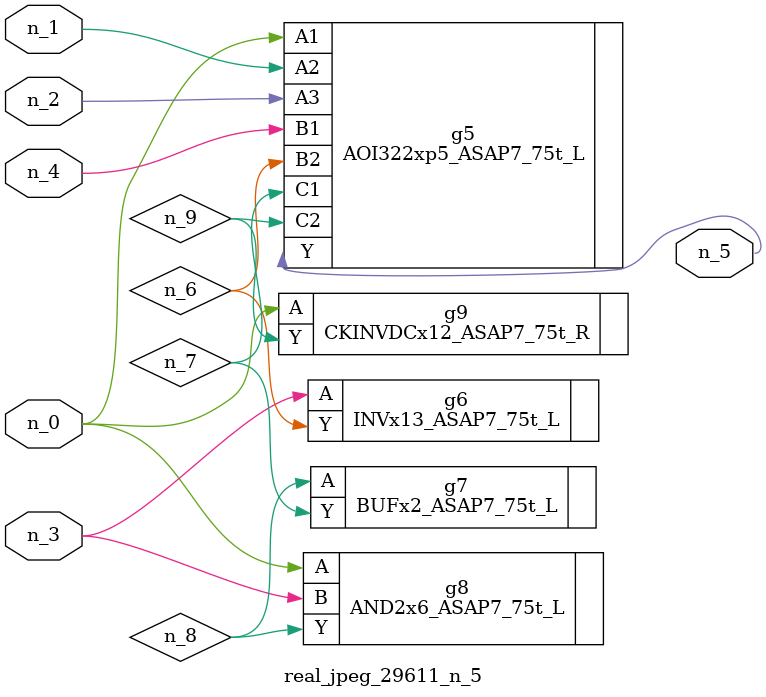
<source format=v>
module real_jpeg_29611_n_5 (n_4, n_0, n_1, n_2, n_3, n_5);

input n_4;
input n_0;
input n_1;
input n_2;
input n_3;

output n_5;

wire n_8;
wire n_6;
wire n_7;
wire n_9;

AOI322xp5_ASAP7_75t_L g5 ( 
.A1(n_0),
.A2(n_1),
.A3(n_2),
.B1(n_4),
.B2(n_6),
.C1(n_7),
.C2(n_9),
.Y(n_5)
);

AND2x6_ASAP7_75t_L g8 ( 
.A(n_0),
.B(n_3),
.Y(n_8)
);

CKINVDCx12_ASAP7_75t_R g9 ( 
.A(n_0),
.Y(n_9)
);

INVx13_ASAP7_75t_L g6 ( 
.A(n_3),
.Y(n_6)
);

BUFx2_ASAP7_75t_L g7 ( 
.A(n_8),
.Y(n_7)
);


endmodule
</source>
